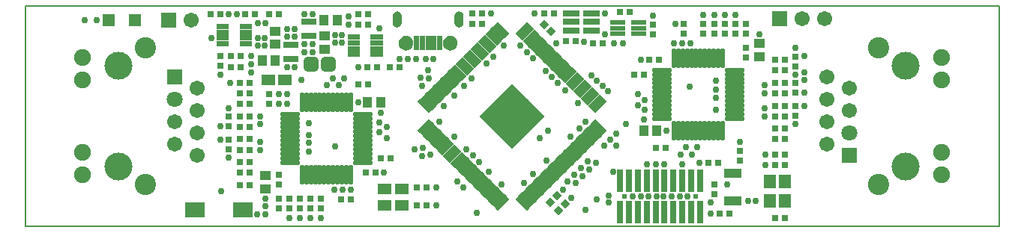
<source format=gbr>
G04 Layer_Color=8388736*
%FSLAX44Y44*%
%MOMM*%
G71*
G01*
G75*
%ADD35C,0.2000*%
%ADD91R,0.8032X0.8032*%
%ADD92R,0.8032X0.8032*%
%ADD93R,1.5032X1.2032*%
%ADD94P,1.1359X4X270.0*%
%ADD95R,1.7532X0.6032*%
%ADD96R,2.2032X1.8032*%
%ADD97R,0.7032X2.6032*%
%ADD98P,1.1359X4X360.0*%
%ADD99R,0.5032X1.0032*%
%ADD100R,1.4032X1.6032*%
%ADD101R,1.6532X0.8032*%
%ADD102R,1.4032X1.4032*%
%ADD103R,1.2032X1.0032*%
%ADD104R,1.0032X1.2032*%
%ADD105R,1.8532X0.7532*%
G04:AMPARAMS|DCode=106|XSize=1.8532mm|YSize=0.4032mm|CornerRadius=0mm|HoleSize=0mm|Usage=FLASHONLY|Rotation=225.000|XOffset=0mm|YOffset=0mm|HoleType=Round|Shape=Rectangle|*
%AMROTATEDRECTD106*
4,1,4,0.5127,0.7978,0.7978,0.5127,-0.5127,-0.7978,-0.7978,-0.5127,0.5127,0.7978,0.0*
%
%ADD106ROTATEDRECTD106*%

G04:AMPARAMS|DCode=107|XSize=0.4032mm|YSize=1.8532mm|CornerRadius=0mm|HoleSize=0mm|Usage=FLASHONLY|Rotation=225.000|XOffset=0mm|YOffset=0mm|HoleType=Round|Shape=Rectangle|*
%AMROTATEDRECTD107*
4,1,4,-0.5127,0.7978,0.7978,-0.5127,0.5127,-0.7978,-0.7978,0.5127,-0.5127,0.7978,0.0*
%
%ADD107ROTATEDRECTD107*%

%ADD108O,0.5032X2.3032*%
%ADD109O,2.3032X0.5032*%
%ADD110R,1.7032X1.7032*%
%ADD111C,1.8032*%
%ADD112C,1.9032*%
%ADD113C,2.4032*%
%ADD114C,3.1532*%
%ADD115C,1.7032*%
%ADD116C,3.1532*%
%ADD117C,1.7032*%
%ADD118C,0.6032*%
%ADD119R,1.7032X1.7032*%
G04:AMPARAMS|DCode=120|XSize=1.7032mm|YSize=1.7032mm|CornerRadius=0.4766mm|HoleSize=0mm|Usage=FLASHONLY|Rotation=0.000|XOffset=0mm|YOffset=0mm|HoleType=Round|Shape=RoundedRectangle|*
%AMROUNDEDRECTD120*
21,1,1.7032,0.7500,0,0,0.0*
21,1,0.7500,1.7032,0,0,0.0*
1,1,0.9532,0.3750,-0.3750*
1,1,0.9532,-0.3750,-0.3750*
1,1,0.9532,-0.3750,0.3750*
1,1,0.9532,0.3750,0.3750*
%
%ADD120ROUNDEDRECTD120*%
%ADD121P,7.3584X4X270.0*%
%ADD122C,0.7532*%
G36*
X458000Y200500D02*
X452000D01*
Y216000D01*
X458000D01*
Y200500D01*
D02*
G37*
G36*
X451500D02*
X445500D01*
Y216000D01*
X451500D01*
Y200500D01*
D02*
G37*
G36*
X445000D02*
X439000D01*
Y216000D01*
X445000D01*
Y200500D01*
D02*
G37*
G36*
X230000Y204250D02*
X216000D01*
Y210250D01*
X230000D01*
Y204250D01*
D02*
G37*
G36*
X471000Y200500D02*
X465000D01*
Y216000D01*
X471000D01*
Y200500D01*
D02*
G37*
G36*
X464500D02*
X458500D01*
Y216000D01*
X464500D01*
Y200500D01*
D02*
G37*
G36*
X378000Y198750D02*
X364000D01*
Y204750D01*
X378000D01*
Y198750D01*
D02*
G37*
G36*
X404000Y192250D02*
X390000D01*
Y198250D01*
X404000D01*
Y192250D01*
D02*
G37*
G36*
X378000D02*
X364000D01*
Y198250D01*
X378000D01*
Y192250D01*
D02*
G37*
G36*
X482154Y216038D02*
X484161Y215206D01*
X485884Y213884D01*
X487206Y212161D01*
X488038Y210154D01*
X488321Y208000D01*
X488038Y205846D01*
X487206Y203839D01*
X485884Y202116D01*
X484161Y200794D01*
X482154Y199962D01*
X480000Y199679D01*
X477846Y199962D01*
X475839Y200794D01*
X474116Y202116D01*
X472794Y203839D01*
X471962Y205846D01*
X471679Y208000D01*
X471962Y210154D01*
X472794Y212161D01*
X474116Y213884D01*
X475839Y215206D01*
X477846Y216038D01*
X480000Y216321D01*
X482154Y216038D01*
D02*
G37*
G36*
X432154D02*
X434161Y215206D01*
X435884Y213884D01*
X437206Y212161D01*
X438038Y210154D01*
X438321Y208000D01*
X438038Y205846D01*
X437206Y203839D01*
X435884Y202116D01*
X434161Y200794D01*
X432154Y199962D01*
X430000Y199679D01*
X427846Y199962D01*
X425839Y200794D01*
X424116Y202116D01*
X422794Y203839D01*
X421962Y205846D01*
X421679Y208000D01*
X421962Y210154D01*
X422794Y212161D01*
X424116Y213884D01*
X425839Y215206D01*
X427846Y216038D01*
X430000Y216321D01*
X432154Y216038D01*
D02*
G37*
G36*
X404000Y198750D02*
X390000D01*
Y204750D01*
X404000D01*
Y198750D01*
D02*
G37*
G36*
X256000Y204250D02*
X242000D01*
Y210250D01*
X256000D01*
Y204250D01*
D02*
G37*
G36*
X230000Y223750D02*
X216000D01*
Y229750D01*
X230000D01*
Y223750D01*
D02*
G37*
G36*
X256000Y217250D02*
X242000D01*
Y223250D01*
X256000D01*
Y217250D01*
D02*
G37*
G36*
X230000D02*
X216000D01*
Y223250D01*
X230000D01*
Y217250D01*
D02*
G37*
G36*
X491951Y243710D02*
X493605Y242605D01*
X494710Y240951D01*
X495098Y239000D01*
Y231000D01*
X494710Y229049D01*
X493605Y227395D01*
X491951Y226290D01*
X490000Y225902D01*
X488049Y226290D01*
X486395Y227395D01*
X485290Y229049D01*
X484902Y231000D01*
Y239000D01*
X485290Y240951D01*
X486395Y242605D01*
X488049Y243710D01*
X490000Y244098D01*
X491951Y243710D01*
D02*
G37*
G36*
X421951D02*
X423605Y242605D01*
X424710Y240951D01*
X425098Y239000D01*
Y231000D01*
X424710Y229049D01*
X423605Y227395D01*
X421951Y226290D01*
X420000Y225902D01*
X418049Y226290D01*
X416395Y227395D01*
X415290Y229049D01*
X414902Y231000D01*
Y239000D01*
X415290Y240951D01*
X416395Y242605D01*
X418049Y243710D01*
X420000Y244098D01*
X421951Y243710D01*
D02*
G37*
G36*
X256000Y223750D02*
X242000D01*
Y229750D01*
X256000D01*
Y223750D01*
D02*
G37*
G36*
X230000Y210750D02*
X216000D01*
Y216750D01*
X230000D01*
Y210750D01*
D02*
G37*
G36*
X404000Y205250D02*
X390000D01*
Y211250D01*
X404000D01*
Y205250D01*
D02*
G37*
G36*
X378000D02*
X364000D01*
Y211250D01*
X378000D01*
Y205250D01*
D02*
G37*
G36*
X404000Y211750D02*
X390000D01*
Y217750D01*
X404000D01*
Y211750D01*
D02*
G37*
G36*
X378000D02*
X364000D01*
Y217750D01*
X378000D01*
Y211750D01*
D02*
G37*
G36*
X256000Y210750D02*
X242000D01*
Y216750D01*
X256000D01*
Y210750D01*
D02*
G37*
D35*
X0Y0D02*
Y250000D01*
X1100000D01*
Y0D02*
Y250000D01*
X0Y0D02*
X1100000D01*
D91*
X515500Y230000D02*
D03*
X504500D02*
D03*
X515500Y242000D02*
D03*
X504500D02*
D03*
X242500Y47000D02*
D03*
X253500D02*
D03*
X453500Y44000D02*
D03*
X442500D02*
D03*
X453500Y24000D02*
D03*
X442500D02*
D03*
X641500Y208000D02*
D03*
X652500D02*
D03*
X682500Y243000D02*
D03*
X671500D02*
D03*
X597500Y242000D02*
D03*
X586500D02*
D03*
X795500Y15000D02*
D03*
X784500D02*
D03*
X858000Y10000D02*
D03*
X847000D02*
D03*
X857500Y82000D02*
D03*
X846500D02*
D03*
X857500Y70000D02*
D03*
X846500D02*
D03*
X386500Y181000D02*
D03*
X397500D02*
D03*
X387500Y229000D02*
D03*
X376500D02*
D03*
X387500Y241000D02*
D03*
X376500D02*
D03*
X422500Y181000D02*
D03*
X411500D02*
D03*
X286500Y241000D02*
D03*
X275500D02*
D03*
X248500D02*
D03*
X259500D02*
D03*
X243500Y181000D02*
D03*
X232500D02*
D03*
X220500Y241000D02*
D03*
X209500D02*
D03*
X232500Y193000D02*
D03*
X243500D02*
D03*
X395500Y61000D02*
D03*
X384500D02*
D03*
X367500Y31000D02*
D03*
X356500D02*
D03*
X376500Y161000D02*
D03*
X387500D02*
D03*
X242500Y87000D02*
D03*
X253500D02*
D03*
X242500Y99000D02*
D03*
X253500D02*
D03*
Y113000D02*
D03*
X242500D02*
D03*
Y125000D02*
D03*
X253500D02*
D03*
X401500Y77500D02*
D03*
X412500D02*
D03*
X253500Y61000D02*
D03*
X242500D02*
D03*
X253500Y139000D02*
D03*
X242500D02*
D03*
X253500Y151000D02*
D03*
X242500D02*
D03*
X846500Y111000D02*
D03*
X857500D02*
D03*
X846500Y99000D02*
D03*
X857500D02*
D03*
Y125000D02*
D03*
X846500D02*
D03*
Y137000D02*
D03*
X857500D02*
D03*
X846500Y163000D02*
D03*
X857500D02*
D03*
Y151000D02*
D03*
X846500D02*
D03*
Y177000D02*
D03*
X857500D02*
D03*
X846500Y189000D02*
D03*
X857500D02*
D03*
X253500Y73000D02*
D03*
X242500D02*
D03*
X704500Y189000D02*
D03*
X715500D02*
D03*
X698500Y172500D02*
D03*
X687500D02*
D03*
X723500Y89000D02*
D03*
X712500D02*
D03*
X242500Y163000D02*
D03*
X253500D02*
D03*
X622000Y210000D02*
D03*
X611000D02*
D03*
X782500Y72000D02*
D03*
X771500D02*
D03*
D92*
X870000Y192500D02*
D03*
Y181500D02*
D03*
X709000Y228500D02*
D03*
Y217500D02*
D03*
X778000Y48000D02*
D03*
Y37000D02*
D03*
X807000Y74500D02*
D03*
Y85500D02*
D03*
X220000Y193500D02*
D03*
Y182500D02*
D03*
X230000Y87500D02*
D03*
Y98500D02*
D03*
X286000Y47500D02*
D03*
Y58500D02*
D03*
X230000Y113500D02*
D03*
Y124500D02*
D03*
X286000Y31500D02*
D03*
Y20500D02*
D03*
X870000Y136500D02*
D03*
Y125500D02*
D03*
Y162500D02*
D03*
Y151500D02*
D03*
X814000Y202500D02*
D03*
Y191500D02*
D03*
X334000Y20500D02*
D03*
Y31500D02*
D03*
X322000Y20500D02*
D03*
Y31500D02*
D03*
X310000Y20500D02*
D03*
Y31500D02*
D03*
X298000Y20500D02*
D03*
Y31500D02*
D03*
X275000Y139500D02*
D03*
Y150500D02*
D03*
X814000Y218500D02*
D03*
Y229500D02*
D03*
X802000D02*
D03*
Y218500D02*
D03*
X790000Y229500D02*
D03*
Y218500D02*
D03*
X778000Y229500D02*
D03*
Y218500D02*
D03*
X766000Y229500D02*
D03*
Y218500D02*
D03*
X744000Y229500D02*
D03*
Y218500D02*
D03*
D93*
X293500Y166000D02*
D03*
X274500D02*
D03*
X406000Y43000D02*
D03*
X425000D02*
D03*
X406000Y24000D02*
D03*
X425000D02*
D03*
D94*
X586111Y228889D02*
D03*
X593889Y221111D02*
D03*
D95*
X693000Y225000D02*
D03*
Y231500D02*
D03*
Y218500D02*
D03*
X669000Y231500D02*
D03*
Y225000D02*
D03*
Y218500D02*
D03*
D96*
X192000Y19000D02*
D03*
X246000D02*
D03*
D97*
X712000Y16000D02*
D03*
X722000D02*
D03*
X742000D02*
D03*
X732000D02*
D03*
X752000D02*
D03*
X762000D02*
D03*
X702000D02*
D03*
X692000D02*
D03*
X672000D02*
D03*
X682000D02*
D03*
Y52000D02*
D03*
X672000D02*
D03*
X692000D02*
D03*
X702000D02*
D03*
X762000D02*
D03*
X752000D02*
D03*
X732000D02*
D03*
X742000D02*
D03*
X722000D02*
D03*
X712000D02*
D03*
D98*
X593111Y27111D02*
D03*
X600889Y34889D02*
D03*
X609889Y25889D02*
D03*
X602111Y18111D02*
D03*
D99*
X791500Y60500D02*
D03*
X801500D02*
D03*
X796500D02*
D03*
X806500D02*
D03*
X796500Y29500D02*
D03*
X791500D02*
D03*
X806500D02*
D03*
X801500D02*
D03*
D100*
X858000Y29000D02*
D03*
X841000D02*
D03*
X858000Y51000D02*
D03*
X841000D02*
D03*
D101*
X320000Y216000D02*
D03*
Y232000D02*
D03*
X300000Y206000D02*
D03*
Y190000D02*
D03*
D102*
X94000Y234000D02*
D03*
X124000D02*
D03*
D103*
X338000Y216000D02*
D03*
Y201000D02*
D03*
X282000Y221500D02*
D03*
Y206500D02*
D03*
X271000Y57500D02*
D03*
Y42500D02*
D03*
X829000Y192500D02*
D03*
Y207500D02*
D03*
D104*
X352500Y234000D02*
D03*
X337500D02*
D03*
X282500Y188000D02*
D03*
X267500D02*
D03*
X386500Y141000D02*
D03*
X401500D02*
D03*
X713500Y109000D02*
D03*
X698500D02*
D03*
D105*
X616250Y222500D02*
D03*
Y241500D02*
D03*
X639750D02*
D03*
Y232000D02*
D03*
Y222500D02*
D03*
X616250Y232000D02*
D03*
D106*
X648995Y136314D02*
D03*
X646167Y139142D02*
D03*
X643338Y141971D02*
D03*
X640510Y144799D02*
D03*
X637681Y147627D02*
D03*
X634853Y150456D02*
D03*
X632024Y153284D02*
D03*
X629196Y156113D02*
D03*
X626367Y158941D02*
D03*
X623539Y161770D02*
D03*
X620711Y164598D02*
D03*
X617882Y167426D02*
D03*
X615054Y170255D02*
D03*
X612225Y173083D02*
D03*
X609397Y175912D02*
D03*
X606568Y178740D02*
D03*
X603740Y181569D02*
D03*
X600912Y184397D02*
D03*
X598083Y187225D02*
D03*
X595255Y190054D02*
D03*
X592426Y192882D02*
D03*
X589598Y195711D02*
D03*
X586769Y198539D02*
D03*
X583941Y201367D02*
D03*
X581113Y204196D02*
D03*
X578284Y207024D02*
D03*
X575456Y209853D02*
D03*
X572627Y212681D02*
D03*
X569799Y215510D02*
D03*
X566970Y218338D02*
D03*
X564142Y221166D02*
D03*
X561314Y223995D02*
D03*
X451005Y113686D02*
D03*
X453834Y110858D02*
D03*
X456662Y108029D02*
D03*
X459490Y105201D02*
D03*
X462319Y102373D02*
D03*
X465147Y99544D02*
D03*
X467976Y96716D02*
D03*
X470804Y93887D02*
D03*
X473633Y91059D02*
D03*
X476461Y88230D02*
D03*
X479289Y85402D02*
D03*
X482118Y82574D02*
D03*
X484946Y79745D02*
D03*
X487775Y76917D02*
D03*
X490603Y74088D02*
D03*
X493431Y71260D02*
D03*
X496260Y68432D02*
D03*
X499088Y65603D02*
D03*
X501917Y62775D02*
D03*
X504745Y59946D02*
D03*
X507574Y57118D02*
D03*
X510402Y54289D02*
D03*
X513230Y51461D02*
D03*
X516059Y48632D02*
D03*
X518887Y45804D02*
D03*
X521716Y42976D02*
D03*
X524544Y40147D02*
D03*
X527373Y37319D02*
D03*
X530201Y34490D02*
D03*
X533029Y31662D02*
D03*
X535858Y28833D02*
D03*
X538686Y26005D02*
D03*
D107*
Y223995D02*
D03*
X535858Y221166D02*
D03*
X533029Y218338D02*
D03*
X530201Y215510D02*
D03*
X527373Y212681D02*
D03*
X524544Y209853D02*
D03*
X521716Y207024D02*
D03*
X518887Y204196D02*
D03*
X516059Y201367D02*
D03*
X513230Y198539D02*
D03*
X510402Y195711D02*
D03*
X507574Y192882D02*
D03*
X504745Y190054D02*
D03*
X501917Y187225D02*
D03*
X499088Y184397D02*
D03*
X496260Y181569D02*
D03*
X493431Y178740D02*
D03*
X490603Y175912D02*
D03*
X487775Y173083D02*
D03*
X484946Y170255D02*
D03*
X482118Y167426D02*
D03*
X479289Y164598D02*
D03*
X476461Y161770D02*
D03*
X473633Y158941D02*
D03*
X470804Y156113D02*
D03*
X467976Y153284D02*
D03*
X465147Y150456D02*
D03*
X462319Y147627D02*
D03*
X459490Y144799D02*
D03*
X456662Y141971D02*
D03*
X453834Y139142D02*
D03*
X451005Y136314D02*
D03*
X561314Y26005D02*
D03*
X564142Y28833D02*
D03*
X566970Y31662D02*
D03*
X569799Y34490D02*
D03*
X572627Y37319D02*
D03*
X575456Y40147D02*
D03*
X578284Y42976D02*
D03*
X581113Y45804D02*
D03*
X583941Y48632D02*
D03*
X586769Y51461D02*
D03*
X589598Y54289D02*
D03*
X592426Y57118D02*
D03*
X595255Y59946D02*
D03*
X598083Y62775D02*
D03*
X600912Y65603D02*
D03*
X603740Y68432D02*
D03*
X606568Y71260D02*
D03*
X609397Y74088D02*
D03*
X612225Y76917D02*
D03*
X615054Y79745D02*
D03*
X617882Y82574D02*
D03*
X620711Y85402D02*
D03*
X623539Y88230D02*
D03*
X626367Y91059D02*
D03*
X629196Y93887D02*
D03*
X632024Y96716D02*
D03*
X634853Y99544D02*
D03*
X637681Y102373D02*
D03*
X640510Y105201D02*
D03*
X643338Y108029D02*
D03*
X646167Y110858D02*
D03*
X648995Y113686D02*
D03*
D108*
X367500Y141000D02*
D03*
X362500D02*
D03*
X357500D02*
D03*
X352500D02*
D03*
X347500D02*
D03*
X342500D02*
D03*
X337500D02*
D03*
X332500D02*
D03*
X327500D02*
D03*
X322500D02*
D03*
X317500D02*
D03*
X312500D02*
D03*
Y59000D02*
D03*
X317500D02*
D03*
X322500D02*
D03*
X327500D02*
D03*
X332500D02*
D03*
X337500D02*
D03*
X342500D02*
D03*
X347500D02*
D03*
X352500D02*
D03*
X357500D02*
D03*
X362500D02*
D03*
X367500D02*
D03*
X732500Y109000D02*
D03*
X737500D02*
D03*
X742500D02*
D03*
X747500D02*
D03*
X752500D02*
D03*
X757500D02*
D03*
X762500D02*
D03*
X767500D02*
D03*
X772500D02*
D03*
X777500D02*
D03*
X782500D02*
D03*
X787500D02*
D03*
Y191000D02*
D03*
X782500D02*
D03*
X777500D02*
D03*
X772500D02*
D03*
X767500D02*
D03*
X762500D02*
D03*
X757500D02*
D03*
X752500D02*
D03*
X747500D02*
D03*
X742500D02*
D03*
X737500D02*
D03*
X732500D02*
D03*
D109*
X299000Y127500D02*
D03*
Y122500D02*
D03*
Y117500D02*
D03*
Y112500D02*
D03*
Y107500D02*
D03*
Y102500D02*
D03*
Y97500D02*
D03*
Y92500D02*
D03*
Y87500D02*
D03*
Y82500D02*
D03*
Y77500D02*
D03*
Y72500D02*
D03*
X381000D02*
D03*
Y77500D02*
D03*
Y82500D02*
D03*
Y87500D02*
D03*
Y92500D02*
D03*
Y97500D02*
D03*
Y102500D02*
D03*
Y107500D02*
D03*
Y112500D02*
D03*
Y117500D02*
D03*
Y122500D02*
D03*
Y127500D02*
D03*
X801000Y122500D02*
D03*
Y127500D02*
D03*
Y132500D02*
D03*
Y137500D02*
D03*
Y142500D02*
D03*
Y147500D02*
D03*
Y152500D02*
D03*
Y157500D02*
D03*
Y162500D02*
D03*
Y167500D02*
D03*
Y172500D02*
D03*
Y177500D02*
D03*
X719000D02*
D03*
Y172500D02*
D03*
Y167500D02*
D03*
Y162500D02*
D03*
Y157500D02*
D03*
Y152500D02*
D03*
Y147500D02*
D03*
Y142500D02*
D03*
Y137500D02*
D03*
Y132500D02*
D03*
Y127500D02*
D03*
Y122500D02*
D03*
D110*
X931100Y80550D02*
D03*
X168900Y169450D02*
D03*
D111*
X931100Y105950D02*
D03*
X168900Y144050D02*
D03*
D112*
X1035200Y165900D02*
D03*
Y58700D02*
D03*
Y191300D02*
D03*
X1035160Y84100D02*
D03*
X64800Y191300D02*
D03*
X64840Y165900D02*
D03*
X64800Y84100D02*
D03*
Y58700D02*
D03*
D113*
X964100Y202450D02*
D03*
Y47550D02*
D03*
X135900Y202450D02*
D03*
Y47550D02*
D03*
D114*
X994600Y182150D02*
D03*
X105400Y67850D02*
D03*
D115*
X905700Y169450D02*
D03*
X931110Y156680D02*
D03*
X905700Y144050D02*
D03*
X931100Y131350D02*
D03*
X905700Y118650D02*
D03*
X194300Y80550D02*
D03*
X168890Y93320D02*
D03*
X194300Y105950D02*
D03*
Y131350D02*
D03*
X168900Y118650D02*
D03*
D116*
X994600Y67850D02*
D03*
X105400Y182150D02*
D03*
D117*
X905700Y93250D02*
D03*
X194300Y156750D02*
D03*
X187000Y234000D02*
D03*
X902400Y236000D02*
D03*
X877000D02*
D03*
D118*
X677000Y34000D02*
D03*
X757000D02*
D03*
D119*
X161600Y234000D02*
D03*
X851600Y236000D02*
D03*
D120*
X323000Y184000D02*
D03*
X342000D02*
D03*
D121*
X550000Y125000D02*
D03*
D122*
X659000Y35000D02*
D03*
Y27000D02*
D03*
X739000Y34000D02*
D03*
X721000D02*
D03*
X704000D02*
D03*
X686000D02*
D03*
X616468Y32369D02*
D03*
X607276Y41561D02*
D03*
X633000Y19000D02*
D03*
X581113Y100251D02*
D03*
X589952Y109090D02*
D03*
X526000Y242000D02*
D03*
X880000Y193500D02*
D03*
X870000Y203000D02*
D03*
X880000Y175000D02*
D03*
Y166000D02*
D03*
X221000Y40000D02*
D03*
X296000Y150500D02*
D03*
Y139500D02*
D03*
X286000D02*
D03*
Y150500D02*
D03*
X262500Y231000D02*
D03*
X67000Y234000D02*
D03*
X81000D02*
D03*
X432000Y190000D02*
D03*
X441000D02*
D03*
X452000D02*
D03*
X461000D02*
D03*
X422500D02*
D03*
X365000Y229000D02*
D03*
X400000Y225000D02*
D03*
X376000Y181000D02*
D03*
X271500Y231000D02*
D03*
X324500Y207000D02*
D03*
X239000Y241000D02*
D03*
X230000D02*
D03*
X231000Y163000D02*
D03*
X255000Y175000D02*
D03*
X304500Y224000D02*
D03*
X748000Y34000D02*
D03*
X730000D02*
D03*
X713000D02*
D03*
X695000D02*
D03*
X566264Y197832D02*
D03*
X780000Y132500D02*
D03*
X732500Y208000D02*
D03*
X367500Y42000D02*
D03*
X320000Y117500D02*
D03*
X262000Y14000D02*
D03*
X271000D02*
D03*
X310000Y10000D02*
D03*
X298000D02*
D03*
X271000Y23000D02*
D03*
X494492Y44036D02*
D03*
X400000Y118000D02*
D03*
X408000Y112500D02*
D03*
X400000Y107000D02*
D03*
X220000Y172000D02*
D03*
X265000Y87000D02*
D03*
Y96000D02*
D03*
Y116000D02*
D03*
Y125000D02*
D03*
X230000Y134000D02*
D03*
X829000Y218000D02*
D03*
X645813Y165659D02*
D03*
X464086Y44036D02*
D03*
X464000Y24000D02*
D03*
X405000Y61000D02*
D03*
X651823Y159648D02*
D03*
X657834Y153638D02*
D03*
X639803Y171669D02*
D03*
X742000Y71000D02*
D03*
X702000D02*
D03*
X678000Y116000D02*
D03*
X667380Y91766D02*
D03*
X722000Y71000D02*
D03*
X712000D02*
D03*
X660309Y98837D02*
D03*
X653591Y92120D02*
D03*
X631317Y209853D02*
D03*
X665000Y208000D02*
D03*
X675000D02*
D03*
X709000Y239000D02*
D03*
X655000Y218000D02*
D03*
Y242000D02*
D03*
X599851Y208085D02*
D03*
X575456Y241673D02*
D03*
X358000Y42000D02*
D03*
X742000Y208000D02*
D03*
X645000Y31000D02*
D03*
X774000Y27000D02*
D03*
X816000Y29000D02*
D03*
X825000D02*
D03*
X836000Y82000D02*
D03*
Y70000D02*
D03*
X746000Y90000D02*
D03*
X752500Y82000D02*
D03*
X759000Y90000D02*
D03*
X667026Y105555D02*
D03*
X625660Y111565D02*
D03*
X487775Y50754D02*
D03*
X588891Y74795D02*
D03*
X563435Y49340D02*
D03*
X505452Y80452D02*
D03*
X632732Y118636D02*
D03*
X615761Y101665D02*
D03*
X472925Y137021D02*
D03*
X601619Y162477D02*
D03*
X807000Y96000D02*
D03*
X774000Y15000D02*
D03*
X793000Y48000D02*
D03*
X761000Y72000D02*
D03*
X700000Y132000D02*
D03*
X692000Y137500D02*
D03*
X700000Y143000D02*
D03*
X692000Y150000D02*
D03*
X740000Y82000D02*
D03*
X636974Y64896D02*
D03*
X644752Y72674D02*
D03*
X635560Y74088D02*
D03*
X627782Y66310D02*
D03*
X629196Y57118D02*
D03*
X620004Y58532D02*
D03*
X621418Y49340D02*
D03*
X612225Y50754D02*
D03*
X447823Y80099D02*
D03*
X457015Y81513D02*
D03*
X449237Y89291D02*
D03*
X440045Y87877D02*
D03*
X408000Y100000D02*
D03*
X341000Y160000D02*
D03*
X347500Y168000D02*
D03*
X354000Y160000D02*
D03*
X360000Y168000D02*
D03*
X401500Y129000D02*
D03*
X454480Y176851D02*
D03*
X455894Y167659D02*
D03*
X446702Y169073D02*
D03*
X448116Y159881D02*
D03*
X315500Y241000D02*
D03*
X534444Y140556D02*
D03*
X518887Y125000D02*
D03*
X550000Y156113D02*
D03*
X534444Y109444D02*
D03*
X565556Y140556D02*
D03*
X581113Y125000D02*
D03*
X566264Y110151D02*
D03*
X550000Y93887D02*
D03*
X537979Y47925D02*
D03*
X255000Y184000D02*
D03*
X365000Y238000D02*
D03*
X484239Y148335D02*
D03*
X495553Y159648D02*
D03*
X504038Y168134D02*
D03*
X521009Y185104D02*
D03*
X528787Y192882D02*
D03*
X540808Y204903D02*
D03*
X559192D02*
D03*
X573335Y190761D02*
D03*
X587477Y176619D02*
D03*
X594548Y169548D02*
D03*
X610104Y153991D02*
D03*
X624246Y139849D02*
D03*
X573335Y59239D02*
D03*
X523837Y62067D02*
D03*
X512523Y73381D02*
D03*
X498381Y87523D02*
D03*
X484239Y101665D02*
D03*
X467268Y118636D02*
D03*
X324500Y198000D02*
D03*
X315500D02*
D03*
Y207000D02*
D03*
X324500Y241000D02*
D03*
X357500Y208250D02*
D03*
X349500D02*
D03*
Y217000D02*
D03*
X357500D02*
D03*
X210000Y213750D02*
D03*
X270500Y205000D02*
D03*
X295500Y224000D02*
D03*
Y181000D02*
D03*
X304500D02*
D03*
X295500Y215000D02*
D03*
X270500Y213750D02*
D03*
X262500Y205000D02*
D03*
X255000Y193000D02*
D03*
X304500Y215000D02*
D03*
X262500Y213750D02*
D03*
X322000Y10000D02*
D03*
X334000D02*
D03*
X349000Y42000D02*
D03*
X350000Y91000D02*
D03*
X320000Y95000D02*
D03*
X271000Y32000D02*
D03*
X320000Y104000D02*
D03*
X220000Y98500D02*
D03*
Y113500D02*
D03*
X230000Y78000D02*
D03*
X880000Y136500D02*
D03*
X870000Y116000D02*
D03*
X880000Y151500D02*
D03*
X870000Y172000D02*
D03*
X835000Y125000D02*
D03*
Y134000D02*
D03*
Y151000D02*
D03*
Y160000D02*
D03*
X766000Y240000D02*
D03*
X778000D02*
D03*
X790000D02*
D03*
X802000D02*
D03*
X751000Y208000D02*
D03*
X695000Y189000D02*
D03*
X734000Y229500D02*
D03*
X376000Y141000D02*
D03*
X698492Y121465D02*
D03*
X724000Y109000D02*
D03*
X320000Y85000D02*
D03*
X780000Y146000D02*
D03*
X750000Y159000D02*
D03*
X780000Y155000D02*
D03*
Y165000D02*
D03*
X510048Y15752D02*
D03*
X664000Y62000D02*
D03*
X312000Y166000D02*
D03*
M02*

</source>
